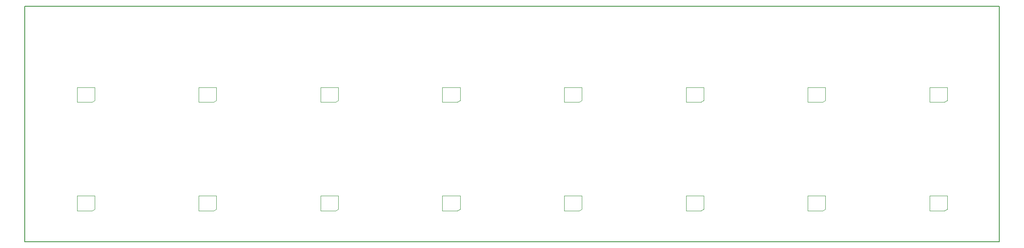
<source format=gm1>
G04 #@! TF.GenerationSoftware,KiCad,Pcbnew,(6.0.7)*
G04 #@! TF.CreationDate,2023-01-14T22:54:19+05:00*
G04 #@! TF.ProjectId,2x8 Music Keyboard PCB,32783820-4d75-4736-9963-204b6579626f,1*
G04 #@! TF.SameCoordinates,Original*
G04 #@! TF.FileFunction,Profile,NP*
%FSLAX46Y46*%
G04 Gerber Fmt 4.6, Leading zero omitted, Abs format (unit mm)*
G04 Created by KiCad (PCBNEW (6.0.7)) date 2023-01-14 22:54:19*
%MOMM*%
%LPD*%
G01*
G04 APERTURE LIST*
G04 #@! TA.AperFunction,Profile*
%ADD10C,0.200000*%
G04 #@! TD*
G04 #@! TA.AperFunction,Profile*
%ADD11C,0.100000*%
G04 #@! TD*
G04 APERTURE END LIST*
D10*
X248715000Y-78775000D02*
X51915000Y-78775000D01*
X248715000Y-126375000D02*
X248715000Y-78775000D01*
X51915000Y-78775000D02*
X51915000Y-126375000D01*
X51915000Y-126375000D02*
X248715000Y-126375000D01*
D11*
G04 #@! TO.C,LED9*
X65485000Y-120124995D02*
X62455000Y-120124995D01*
X66015000Y-117124996D02*
X66015000Y-119794996D01*
X66015000Y-119794996D02*
X65485000Y-120124995D01*
X62455000Y-117124996D02*
X66015000Y-117124996D01*
X62455000Y-120124995D02*
X62455000Y-117124996D01*
G04 #@! TO.C,LED3*
X111655000Y-95125001D02*
X115215000Y-95125001D01*
X115215000Y-95125001D02*
X115215000Y-97795001D01*
X115215000Y-97795001D02*
X114685000Y-98125000D01*
X114685000Y-98125000D02*
X111655000Y-98125000D01*
X111655000Y-98125000D02*
X111655000Y-95125001D01*
G04 #@! TO.C,LED2*
X87055000Y-98125000D02*
X87055000Y-95125001D01*
X87055000Y-95125001D02*
X90615000Y-95125001D01*
X90615000Y-97795001D02*
X90085000Y-98125000D01*
X90615000Y-95125001D02*
X90615000Y-97795001D01*
X90085000Y-98125000D02*
X87055000Y-98125000D01*
G04 #@! TO.C,LED16*
X237685000Y-120124995D02*
X234655000Y-120124995D01*
X234655000Y-120124995D02*
X234655000Y-117124996D01*
X238215000Y-119794996D02*
X237685000Y-120124995D01*
X238215000Y-117124996D02*
X238215000Y-119794996D01*
X234655000Y-117124996D02*
X238215000Y-117124996D01*
G04 #@! TO.C,LED7*
X210055000Y-98125000D02*
X210055000Y-95125001D01*
X213615000Y-97795001D02*
X213085000Y-98125000D01*
X210055000Y-95125001D02*
X213615000Y-95125001D01*
X213615000Y-95125001D02*
X213615000Y-97795001D01*
X213085000Y-98125000D02*
X210055000Y-98125000D01*
G04 #@! TO.C,LED1*
X65485000Y-98125000D02*
X62455000Y-98125000D01*
X62455000Y-95125001D02*
X66015000Y-95125001D01*
X66015000Y-95125001D02*
X66015000Y-97795001D01*
X66015000Y-97795001D02*
X65485000Y-98125000D01*
X62455000Y-98125000D02*
X62455000Y-95125001D01*
G04 #@! TO.C,LED12*
X136255000Y-117124996D02*
X139815000Y-117124996D01*
X139815000Y-117124996D02*
X139815000Y-119794996D01*
X139285000Y-120124995D02*
X136255000Y-120124995D01*
X139815000Y-119794996D02*
X139285000Y-120124995D01*
X136255000Y-120124995D02*
X136255000Y-117124996D01*
G04 #@! TO.C,LED15*
X213085000Y-120124995D02*
X210055000Y-120124995D01*
X210055000Y-117124996D02*
X213615000Y-117124996D01*
X213615000Y-117124996D02*
X213615000Y-119794996D01*
X213615000Y-119794996D02*
X213085000Y-120124995D01*
X210055000Y-120124995D02*
X210055000Y-117124996D01*
G04 #@! TO.C,LED4*
X136255000Y-98125000D02*
X136255000Y-95125001D01*
X139815000Y-97795001D02*
X139285000Y-98125000D01*
X136255000Y-95125001D02*
X139815000Y-95125001D01*
X139815000Y-95125001D02*
X139815000Y-97795001D01*
X139285000Y-98125000D02*
X136255000Y-98125000D01*
G04 #@! TO.C,LED8*
X238215000Y-97795001D02*
X237685000Y-98125000D01*
X234655000Y-98125000D02*
X234655000Y-95125001D01*
X234655000Y-95125001D02*
X238215000Y-95125001D01*
X237685000Y-98125000D02*
X234655000Y-98125000D01*
X238215000Y-95125001D02*
X238215000Y-97795001D01*
G04 #@! TO.C,LED11*
X114685000Y-120124995D02*
X111655000Y-120124995D01*
X111655000Y-120124995D02*
X111655000Y-117124996D01*
X115215000Y-117124996D02*
X115215000Y-119794996D01*
X111655000Y-117124996D02*
X115215000Y-117124996D01*
X115215000Y-119794996D02*
X114685000Y-120124995D01*
G04 #@! TO.C,LED13*
X164415000Y-117124996D02*
X164415000Y-119794996D01*
X164415000Y-119794996D02*
X163885000Y-120124995D01*
X160855000Y-120124995D02*
X160855000Y-117124996D01*
X160855000Y-117124996D02*
X164415000Y-117124996D01*
X163885000Y-120124995D02*
X160855000Y-120124995D01*
G04 #@! TO.C,LED14*
X189015000Y-119794996D02*
X188485000Y-120124995D01*
X188485000Y-120124995D02*
X185455000Y-120124995D01*
X189015000Y-117124996D02*
X189015000Y-119794996D01*
X185455000Y-117124996D02*
X189015000Y-117124996D01*
X185455000Y-120124995D02*
X185455000Y-117124996D01*
G04 #@! TO.C,LED6*
X189015000Y-97795001D02*
X188485000Y-98125000D01*
X185455000Y-95125001D02*
X189015000Y-95125001D01*
X189015000Y-95125001D02*
X189015000Y-97795001D01*
X185455000Y-98125000D02*
X185455000Y-95125001D01*
X188485000Y-98125000D02*
X185455000Y-98125000D01*
G04 #@! TO.C,LED10*
X90615000Y-117124996D02*
X90615000Y-119794996D01*
X87055000Y-120124995D02*
X87055000Y-117124996D01*
X90615000Y-119794996D02*
X90085000Y-120124995D01*
X90085000Y-120124995D02*
X87055000Y-120124995D01*
X87055000Y-117124996D02*
X90615000Y-117124996D01*
G04 #@! TO.C,LED5*
X160855000Y-95125001D02*
X164415000Y-95125001D01*
X160855000Y-98125000D02*
X160855000Y-95125001D01*
X164415000Y-97795001D02*
X163885000Y-98125000D01*
X164415000Y-95125001D02*
X164415000Y-97795001D01*
X163885000Y-98125000D02*
X160855000Y-98125000D01*
G04 #@! TD*
M02*

</source>
